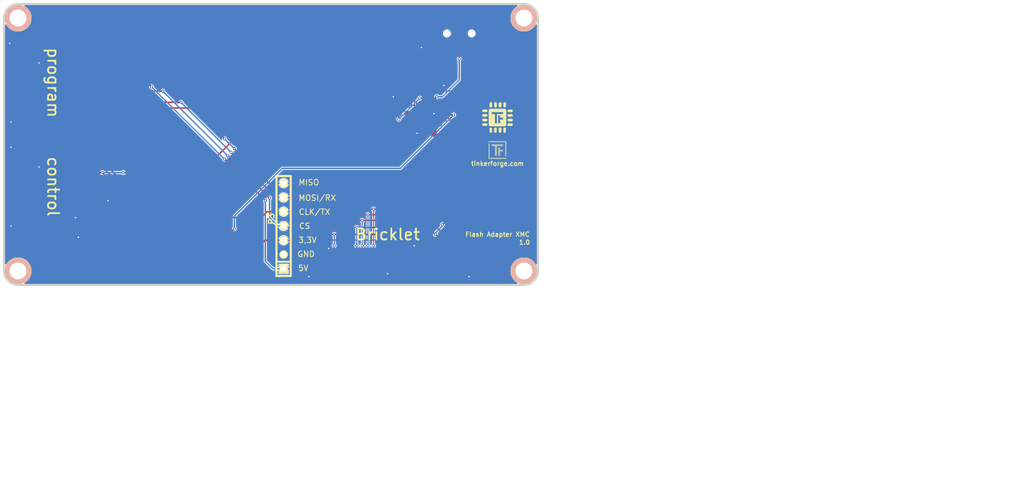
<source format=kicad_pcb>
(kicad_pcb (version 20221018) (generator pcbnew)
  (title_block (title "Flash Adapter XMC") (date "2017-02-09") (rev "1.0") (company "Tinkerforge GmbH") (comment 1 "Licensed under CERN OHL v.1.1") (comment 2 "Copyright (©) 2017, L.Lauer"))
  (layers (0 "F.Cu" signal "Vorderseite") (31 "B.Cu" signal "Rückseite") (34 "B.Paste" user) (35 "F.Paste" user) (36 "B.SilkS" user "B.Silkscreen") (37 "F.SilkS" user "F.Silkscreen") (38 "B.Mask" user) (39 "F.Mask" user) (44 "Edge.Cuts" user))
  (net 0 "")
  (net 1 "GND")
  (net 2 "Net-(C1-Pad1)")
  (net 3 "Net-(C3-Pad1)")
  (net 4 "Net-(C4-Pad1)")
  (net 5 "3V3")
  (net 6 "Net-(D1-Pad1)")
  (net 7 "Net-(J1-Pad3)")
  (net 8 "Net-(J1-Pad2)")
  (net 9 "Net-(P1-Pad1)")
  (net 10 "POWER_ROUT")
  (net 11 "Net-(P1-Pad7)")
  (net 12 "TX_ROUT")
  (net 13 "RXD")
  (net 14 "Net-(P1-Pad10)")
  (net 15 "POWER_RIN")
  (net 16 "Net-(P5-Pad3)")
  (net 17 "Net-(P5-Pad4)")
  (net 18 "Net-(P5-Pad5)")
  (net 19 "Net-(P5-Pad6)")
  (net 20 "Net-(P5-Pad7)")
  (net 21 "Net-(P5-Pad8)")
  (net 22 "Net-(R1-Pad2)")
  (net 23 "Net-(R4-Pad1)")
  (net 24 "Net-(R5-Pad1)")
  (net 25 "TX_RIN")
  (net 26 "Net-(J1-Pad4)")
  (net 27 "Net-(P1-Pad4)")
  (net 28 "Net-(P1-Pad5)")
  (net 29 "Net-(P1-Pad6)")
  (net 30 "Net-(P4-Pad4)")
  (net 31 "Net-(P4-Pad5)")
  (net 32 "Net-(P4-Pad6)")
  (net 33 "Net-(P5-Pad1)")
  (net 34 "Net-(P5-Pad9)")
  (net 35 "Net-(P5-Pad10)")
  (net 36 "Net-(U1-Pad1)")
  (net 37 "Net-(U1-Pad10)")
  (net 38 "Net-(U1-Pad11)")
  (net 39 "Net-(U1-Pad12)")
  (net 40 "Net-(U1-Pad13)")
  (net 41 "Net-(U1-Pad14)")
  (net 42 "Net-(U1-Pad15)")
  (net 43 "Net-(U1-Pad17)")
  (net 44 "Net-(U1-Pad18)")
  (net 45 "Net-(U1-Pad19)")
  (net 46 "Net-(U1-Pad22)")
  (net 47 "Net-(U1-Pad23)")
  (net 48 "Net-(U1-Pad24)")
  (net 49 "Net-(U2-Pad7)")
  (footprint "kicad-libraries:DRILL_NP" (layer "F.Cu") (at 194.05 76.6)
    (fp_text reference "U5" hide)
    (fp_text value "DRILL" hide)
    (pad "" np_thru_hole circle (at 0 0) (size 2.99974 2.99974) (drill 2.99974) (layers "*.Cu" "*.Mask" "F.SilkS") (clearance 0.89916))
  )
  (footprint "kicad-libraries:SOD-123" (layer "F.Cu") (at 182.8 85.1 180)
    (fp_text reference "D1")
    (fp_text value "B0520LW")
    (pad "1" smd rect (at -1.84912 0 180) (size 1.19888 0.70104) (layers "F.Cu" "F.Paste" "F.Mask") (net 6 "Net-(D1-Pad1)") (clearance 0.14986))
    (pad "2" smd rect (at 1.84912 0 180) (size 1.19888 0.70104) (layers "F.Cu" "F.Paste" "F.Mask") (net 2 "Net-(C1-Pad1)") (clearance 0.14986))
  )
  (footprint "kicad-libraries:USB-MINI-B-SMD" (layer "F.Cu") (at 182.55 74.1)
    (fp_text reference "J1")
    (fp_text value "USB-MINI-B-SMD")
    (pad "" smd rect (at -4.45008 2.25044) (size 1.99898 2.49936) (layers "F.Cu" "F.Paste" "F.Mask"))
    (pad "" thru_hole circle (at -2.19964 5.25018) (size 0.90932 0.90932) (drill 0.89916) (layers "*.Cu" "*.Mask" "F.SilkS") (clearance 0.14986))
    (pad "" thru_hole circle (at 2.19964 5.25018) (size 0.90932 0.90932) (drill 0.89916) (layers "*.Cu" "*.Mask" "F.SilkS") (clearance 0.14986))
    (pad "" smd rect (at 4.45008 2.25044) (size 1.99898 2.49936) (layers "F.Cu" "F.Paste" "F.Mask") (clearance 0.14986))
    (pad "" smd rect (at 4.45008 7.74954) (size 1.99898 2.49936) (layers "F.Cu" "F.Paste" "F.Mask"))
    (pad "1" smd rect (at 1.6002 7.85114) (size 0.50038 2.30124) (layers "F.Cu" "F.Paste" "F.Mask") (net 6 "Net-(D1-Pad1)") (clearance 0.14986))
    (pad "2" smd rect (at 0.8001 7.85114) (size 0.50038 2.30124) (layers "F.Cu" "F.Paste" "F.Mask") (net 8 "Net-(J1-Pad2)") (clearance 0.14986))
    (pad "3" smd rect (at 0 7.85114) (size 0.50038 2.30124) (layers "F.Cu" "F.Paste" "F.Mask") (net 7 "Net-(J1-Pad3)") (clearance 0.14986))
    (pad "4" smd rect (at -0.8001 7.85114) (size 0.50038 2.30124) (layers "F.Cu" "F.Paste" "F.Mask") (net 26 "Net-(J1-Pad4)") (clearance 0.14986))
    (pad "5" smd rect (at -1.6002 7.85114) (size 0.50038 2.30124) (layers "F.Cu" "F.Paste" "F.Mask") (net 1 "GND") (clearance 0.14986))
    (pad "6" smd rect (at -4.45008 7.74954) (size 1.99898 2.49936) (layers "F.Cu" "F.Paste" "F.Mask") (net 1 "GND"))
  )
  (footprint "kicad-libraries:CON-SENSOR" (layer "F.Cu") (at 162.8 123.6)
    (fp_text reference "P1")
    (fp_text value "CON-SENSOR")
    (pad "1" smd rect (at -4.50088 -4.7752) (size 0.59944 1.5494) (layers "F.Cu" "F.Paste" "F.Mask") (net 9 "Net-(P1-Pad1)"))
    (pad "2" smd rect (at -3.50012 -4.7752) (size 0.59944 1.5494) (layers "F.Cu" "F.Paste" "F.Mask") (net 1 "GND"))
    (pad "3" smd rect (at -2.49936 -4.7752) (size 0.59944 1.5494) (layers "F.Cu" "F.Paste" "F.Mask") (net 10 "POWER_ROUT"))
    (pad "4" smd rect (at -1.50114 -4.7752) (size 0.59944 1.5494) (layers "F.Cu" "F.Paste" "F.Mask") (net 27 "Net-(P1-Pad4)"))
    (pad "5" smd rect (at -0.50038 -4.7752) (size 0.59944 1.5494) (layers "F.Cu" "F.Paste" "F.Mask") (net 28 "Net-(P1-Pad5)"))
    (pad "6" smd rect (at 0.50038 -4.7752) (size 0.59944 1.5494) (layers "F.Cu" "F.Paste" "F.Mask") (net 29 "Net-(P1-Pad6)"))
    (pad "7" smd rect (at 1.50114 -4.7752) (size 0.59944 1.5494) (layers "F.Cu" "F.Paste" "F.Mask") (net 11 "Net-(P1-Pad7)"))
    (pad "8" smd rect (at 2.49936 -4.7752) (size 0.59944 1.5494) (layers "F.Cu" "F.Paste" "F.Mask") (net 12 "TX_ROUT"))
    (pad "9" smd rect (at 3.50012 -4.7752) (size 0.59944 1.5494) (layers "F.Cu" "F.Paste" "F.Mask") (net 13 "RXD"))
    (pad "10" smd rect (at 4.50088 -4.7752) (size 0.59944 1.5494) (layers "F.Cu" "F.Paste" "F.Mask") (net 14 "Net-(P1-Pad10)"))
    (pad "EP" smd rect (at -5.79882 -0.89916) (size 1.19888 1.80086) (layers "F.Cu" "F.Paste" "F.Mask") (net 1 "GND"))
    (pad "EP" smd rect (at 5.79882 -0.89916) (size 1.19888 1.80086) (layers "F.Cu" "F.Paste" "F.Mask") (net 1 "GND"))
  )
  (footprint "kicad-libraries:CON-SENSOR2" (layer "F.Cu") (at 177.05 123.85)
    (fp_text reference "P2")
    (fp_text value "CON-SENSOR2")
    (pad "1" smd rect (at -3.75 -4.6) (size 0.6 1.8) (layers "F.Cu" "F.Paste" "F.Mask") (net 9 "Net-(P1-Pad1)"))
    (pad "2" smd rect (at -2.5 -4.6) (size 0.6 1.8) (layers "F.Cu" "F.Paste" "F.Mask") (net 1 "GND"))
    (pad "3" smd rect (at -1.25 -4.6) (size 0.6 1.8) (layers "F.Cu" "F.Paste" "F.Mask") (net 10 "POWER_ROUT"))
    (pad "4" smd rect (at 0 -4.6) (size 0.6 1.8) (layers "F.Cu" "F.Paste" "F.Mask") (net 11 "Net-(P1-Pad7)"))
    (pad "5" smd rect (at 1.25 -4.6) (size 0.6 1.8) (layers "F.Cu" "F.Paste" "F.Mask") (net 12 "TX_ROUT"))
    (pad "6" smd rect (at 2.5 -4.6) (size 0.6 1.8) (layers "F.Cu" "F.Paste" "F.Mask") (net 13 "RXD"))
    (pad "7" smd rect (at 3.75 -4.6) (size 0.6 1.8) (layers "F.Cu" "F.Paste" "F.Mask") (net 14 "Net-(P1-Pad10)"))
    (pad "EP" smd rect (at -5.9 -1.2) (size 1.4 2.4) (layers "F.Cu" "F.Paste" "F.Mask") (net 1 "GND"))
    (pad "EP" smd rect (at 5.9 -1.2) (size 1.4 2.4) (layers "F.Cu" "F.Paste" "F.Mask") (net 1 "GND"))
  )
  (footprint "kicad-libraries:PIN_ARRAY-7X1" (layer "F.Cu") (at 151.3 113.6 90)
    (fp_text reference "P3" (at 1.27 -2.159 90) (layer "F.SilkS") (effects (font (size 1.016 1.016) (thickness 0.2032))))
    (fp_text value "CONN_01X07" hide)
    (pad "1" thru_hole rect (at -7.62 0 90) (size 1.524 1.524) (drill 1.016) (layers "*.Cu" "*.Mask" "F.SilkS") (net 9 "Net-(P1-Pad1)"))
    (pad "2" thru_hole circle (at -5.08 0 90) (size 1.524 1.524) (drill 1.016) (layers "*.Cu" "*.Mask" "F.SilkS") (net 1 "GND"))
    (pad "3" thru_hole circle (at -2.54 0 90) (size 1.524 1.524) (drill 1.016) (layers "*.Cu" "*.Mask" "F.SilkS") (net 10 "POWER_ROUT"))
    (pad "4" thru_hole circle (at 0 0 90) (size 1.524 1.524) (drill 1.016) (layers "*.Cu" "*.Mask" "F.SilkS") (net 11 "Net-(P1-Pad7)"))
    (pad "5" thru_hole circle (at 2.54 0 90) (size 1.524 1.524) (drill 1.016) (layers "*.Cu" "*.Mask" "F.SilkS") (net 12 "TX_ROUT"))
    (pad "6" thru_hole circle (at 5.08 0 90) (size 1.524 1.524) (drill 1.016) (layers "*.Cu" "*.Mask" "F.SilkS") (net 13 "RXD"))
    (pad "7" thru_hole circle (at 7.62 0 90) (size 1.524 1.524) (drill 1.016) (layers "*.Cu" "*.Mask" "F.SilkS") (net 14 "Net-(P1-Pad10)"))
  )
  (footprint "kicad-libraries:CON-SENSOR" (layer "F.Cu") (at 101.8 88.1 -90)
    (fp_text reference "P4")
    (fp_text value "CON-SENSOR")
    (pad "1" smd rect (at -4.50088 -4.7752 270) (size 0.59944 1.5494) (layers "F.Cu" "F.Paste" "F.Mask") (net 9 "Net-(P1-Pad1)"))
    (pad "2" smd rect (at -3.50012 -4.7752 270) (size 0.59944 1.5494) (layers "F.Cu" "F.Paste" "F.Mask") (net 1 "GND"))
    (pad "3" smd rect (at -2.49936 -4.7752 270) (size 0.59944 1.5494) (layers "F.Cu" "F.Paste" "F.Mask") (net 15 "POWER_RIN"))
    (pad "4" smd rect (at -1.50114 -4.7752 270) (size 0.59944 1.5494) (layers "F.Cu" "F.Paste" "F.Mask") (net 30 "Net-(P4-Pad4)"))
    (pad "5" smd rect (at -0.50038 -4.7752 270) (size 0.59944 1.5494) (layers "F.Cu" "F.Paste" "F.Mask") (net 31 "Net-(P4-Pad5)"))
    (pad "6" smd rect (at 0.50038 -4.7752 270) (size 0.59944 1.5494) (layers "F.Cu" "F.Paste" "F.Mask") (net 32 "Net-(P4-Pad6)"))
    (pad "7" smd rect (at 1.50114 -4.7752 270) (size 0.59944 1.5494) (layers "F.Cu" "F.Paste" "F.Mask") (net 11 "Net-(P1-Pad7)"))
    (pad "8" smd rect (at 2.49936 -4.7752 270) (size 0.59944 1.5494) (layers "F.Cu" "F.Paste" "F.Mask") (net 12 "TX_ROUT"))
    (pad "9" smd rect (at 3.50012 -4.7752 270) (size 0.59944 1.5494) (layers "F.Cu" "F.Paste" "F.Mask") (net 13 "RXD"))
    (pad "10" smd rect (at 4.50088 -4.7752 270) (size 0.59944 1.5494) (layers "F.Cu" "F.Paste" "F.Mask") (net 14 "Net-(P1-Pad10)"))
    (pad "EP" smd rect (at -5.79882 -0.89916 270) (size 1.19888 1.80086) (layers "F.Cu" "F.Paste" "F.Mask") (net 1 "GND"))
    (pad "EP" smd rect (at 5.79882 -0.89916 270) (size 1.19888 1.80086) (layers "F.Cu" "F.Paste" "F.Mask") (net 1 "GND"))
  )
  (footprint "kicad-libraries:CON-SENSOR" (layer "F.Cu") (at 101.8 106.6 -90)
    (fp_text reference "P5")
    (fp_text value "CON-SENSOR")
    (pad "1" smd rect (at -4.50088 -4.7752 270) (size 0.59944 1.5494) (layers "F.Cu" "F.Paste" "F.Mask") (net 33 "Net-(P5-Pad1)"))
    (pad "2" smd rect (at -3.50012 -4.7752 270) (size 0.59944 1.5494) (layers "F.Cu" "F.Paste" "F.Mask") (net 1 "GND"))
    (pad "3" smd rect (at -2.49936 -4.7752 270) (size 0.59944 1.5494) (layers "F.Cu" "F.Paste" "F.Mask") (net 16 "Net-(P5-Pad3)"))
    (pad "4" smd rect (at -1.50114 -4.7752 270) (size 0.59944 1.5494) (layers "F.Cu" "F.Paste" "F.Mask") (net 17 "Net-(P5-Pad4)"))
    (pad "5" smd rect (at -0.50038 -4.7752 270) (size 0.59944 1.5494) (layers "F.Cu" "F.Paste" "F.Mask") (net 18 "Net-(P5-Pad5)"))
    (pad "6" smd rect (at 0.50038 -4.7752 270) (size 0.59944 1.5494) (layers "F.Cu" "F.Paste" "F.Mask") (net 19 "Net-(P5-Pad6)"))
    (pad "7" smd rect (at 1.50114 -4.7752 270) (size 0.59944 1.5494) (layers "F.Cu" "F.Paste" "F.Mask") (net 20 "Net-(P5-Pad7)"))
    (pad "8" smd rect (at 2.49936 -4.7752 270) (size 0.59944 1.5494) (layers "F.Cu" "F.Paste" "F.Mask") (net 21 "Net-(P5-Pad8)"))
    (pad "9" smd rect (at 3.50012 -4.7752 270) (size 0.59944 1.5494) (layers "F.Cu" "F.Paste" "F.Mask") (net 34 "Net-(P5-Pad9)"))
    (pad "10" smd rect (at 4.50088 -4.7752 270) (size 0.59944 1.5494) (layers "F.Cu" "F.Paste" "F.Mask") (net 35 "Net-(P5-Pad10)"))
    (pad "EP" smd rect (at -5.79882 -0.89916 270) (size 1.19888 1.80086) (layers "F.Cu" "F.Paste" "F.Mask") (net 1 "GND"))
    (pad "EP" smd rect (at 5.79882 -0.89916 270) (size 1.19888 1.80086) (layers "F.Cu" "F.Paste" "F.Mask") (net 1 "GND"))
  )
  (footprint "kicad-libraries:QFN-24-4x4-EP" (layer "F.Cu") (at 178.05 93.6 180)
    (fp_text reference "U1")
    (fp_text value "CP2104")
    (pad "1" smd rect (at -1.24968 1.89992) (size 0.24892 0.6985) (layers "F.Cu" "F.Paste" "F.Mask") (net 36 "Net-(U1-Pad1)"))
    (pad "2" smd rect (at -0.7493 1.89992) (size 0.24892 0.6985) (layers "F.Cu" "F.Paste" "F.Mask") (net 1 "GND"))
    (pad "3" smd rect (at -0.24892 1.89992) (size 0.24892 0.6985) (layers "F.Cu" "F.Paste" "F.Mask") (net 7 "Net-(J1-Pad3)"))
    (pad "4" smd rect (at 0.24892 1.89992) (size 0.24892 0.6985) (layers "F.Cu" "F.Paste" "F.Mask") (net 8 "Net-(J1-Pad2)"))
    (pad "5" smd rect (at 0.7493 1.89992) (size 0.24892 0.6985) (layers "F.Cu" "F.Paste" "F.Mask") (net 4 "Net-(C4-Pad1)"))
    (pad "6" smd rect (at 1.24968 1.89992) (size 0.24892 0.6985) (layers "F.Cu" "F.Paste" "F.Mask") (net 4 "Net-(C4-Pad1)"))
    (pad "7" smd rect (at 1.89992 1.24968 90) (size 0.24892 0.6985) (layers "F.Cu" "F.Paste" "F.Mask") (net 2 "Net-(C1-Pad1)"))
    (pad "8" smd rect (at 1.89992 0.7493 90) (size 0.24892 0.6985) (layers "F.Cu" "F.Paste" "F.Mask") (net 2 "Net-(C1-Pad1)"))
    (pad "9" smd rect (at 1.89992 0.24892 90) (size 0.24892 0.6985) (layers "F.Cu" "F.Paste" "F.Mask") (net 22 "Net-(R1-Pad2)"))
    (pad "10" smd rect (at 1.89992 -0.24892 90) (size 0.24892 0.6985) (layers "F.Cu" "F.Paste" "F.Mask") (net 37 "Net-(U1-Pad10)"))
    (pad "11" smd rect (at 1.89992 -0.7493 90) (size 0.24892 0.6985) (layers "F.Cu" "F.Paste" "F.Mask") (net 38 "Net-(U1-Pad11)"))
    (pad "12" smd rect (at 1.89992 -1.24968 90) (size 0.24892 0.6985) (layers "F.Cu" "F.Paste" "F.Mask") (net 39 "Net-(U1-Pad12)"))
    (pad "13" smd rect (at 1.24968 -1.89992 180) (size 0.24892 0.6985) (layers "F.Cu" "F.Paste" "F.Mask") (net 40 "Net-(U1-Pad13)"))
    (pad "14" smd rect (at 0.7493 -1.89992 180) (size 0.24892 0.6985) (layers "F.Cu" "F.Paste" "F.Mask") (net 41 "Net-(U1-Pad14)"))
    (pad "15" smd rect (at 0.24892 -1.89992 180) (size 0.24892 0.6985) (layers "F.Cu" "F.Paste" "F.Mask") (net 42 "Net-(U1-Pad15)"))
    (pad "16" smd rect (at -0.24892 -1.89992 180) (size 0.24892 0.6985) (layers "F.Cu" "F.Paste" "F.Mask") (net 3 "Net-(C3-Pad1)"))
    (pad "17" smd rect (at -0.7493 -1.89992 180) (size 0.24892 0.6985) (layers "F.Cu" "F.Paste" "F.Mask") (net 43 "Net-(U1-Pad17)"))
    (pad "18" smd rect (at -1.24968 -1.89992 180) (size 0.24892 0.6985) (layers "F.Cu" "F.Paste" "F.Mask") (net 44 "Net-(U1-Pad18)"))
    (pad "19" smd rect (at -1.89992 -1.24968 270) (size 0.24892 0.6985) (layers "F.Cu" "F.Paste" "F.Mask") (net 45 "Net-(U1-Pad19)"))
    (pad "20" smd rect (at -1.89992 -0.7493 270) (size 0.24892 0.6985) (layers "F.Cu" "F.Paste" "F.Mask") (net 13 "RXD"))
    (pad "21" smd rect (at -1.89992 -0.24892 270) (size 0.24892 0.6985) (layers "F.Cu" "F.Paste" "F.Mask") (net 25 "TX_RIN"))
    (pad "22" smd rect (at -1.89992 0.24892 270) (size 0.24892 0.6985) (layers "F.Cu" "F.Paste" "F.Mask") (net 46 "Net-(U1-Pad22)"))
    (pad "23" smd rect (at -1.89992 0.7493 270) (size 0.24892 0.6985) (layers "F.Cu" "F.Paste" "F.Mask") (net 47 "Net-(U1-Pad23)"))
    (pad "24" smd rect (at -1.89992 1.24968 270) (size 0.24892 0.6985) (layers "F.Cu" "F.Paste" "F.Mask") (net 48 "Net-(U1-Pad24)"))
    (pad "25" smd rect (at 0 0 180) (size 2.49936 2.49936) (layers "F.Cu" "F.Paste" "F.Mask") (net 1 "GND"))
  )
  (footprint "kicad-libraries:SOIC8" (layer "F.Cu") (at 118.8 113.6 -90)
    (fp_text reference "U2")
    (fp_text value "M24C64")
    (pad "1" smd rect (at -1.90246 2.69748 90) (size 0.59944 1.5494) (layers "F.Cu" "F.Paste" "F.Mask") (net 1 "GND"))
    (pad "2" smd rect (at -0.63246 2.69748 90) (size 0.59944 1.5494) (layers "F.Cu" "F.Paste" "F.Mask") (net 1 "GND"))
    (pad "3" smd rect (at 0.63246 2.69748 90) (size 0.59944 1.5494) (layers "F.Cu" "F.Paste" "F.Mask") (net 19 "Net-(P5-Pad6)"))
    (pad "4" smd rect (at 1.90246 2.69748 90) (size 0.59944 1.5494) (layers "F.Cu" "F.Paste" "F.Mask") (net 1 "GND"))
    (pad "5" smd rect (at 1.90246 -2.69748 270) (size 0.59944 1.5494) (layers "F.Cu" "F.Paste" "F.Mask") (net 18 "Net-(P5-Pad5)"))
    (pad "6" smd rect (at 0.63246 -2.69748 270) (size 0.59944 1.5494) (layers "F.Cu" "F.Paste" "F.Mask") (net 17 "Net-(P5-Pad4)"))
    (pad "7" smd rect (at -0.63246 -2.69748 270) (size 0.59944 1.5494) (layers "F.Cu" "F.Paste" "F.Mask") (net 49 "Net-(U2-Pad7)"))
    (pad "8" smd rect (at -1.90246 -2.69748 270) (size 0.59944 1.5494) (layers "F.Cu" "F.Paste" "F.Mask") (net 5 "3V3"))
  )
  (footprint "kicad-libraries:DRILL_NP" (layer "F.Cu") (at 194.05 121.6)
    (fp_text reference "U6" hide)
    (fp_text value "DRILL" hide)
    (pad "" np_thru_hole circle (at 0 0) (size 2.99974 2.99974) (drill 2.99974) (layers "*.Cu" "*.Mask" "F.SilkS") (clearance 0.89916))
  )
  (footprint "kicad-libraries:DRILL_NP" (layer "F.Cu") (at 104.05 121.6)
    (fp_text reference "U7" hide)
    (fp_text value "DRILL" hide)
    (pad "" np_thru_hole circle (at 0 0) (size 2.99974 2.99974) (drill 2.99974) (layers "*.Cu" "*.Mask" "F.SilkS") (clearance 0.89916))
  )
  (footprint "kicad-libraries:DRILL_NP" (layer "F.Cu") (at 104.05 76.6)
    (fp_text reference "U8" hide)
    (fp_text value "DRILL" hide)
    (pad "" np_thru_hole circle (at 0 0) (size 2.99974 2.99974) (drill 2.99974) (layers "*.Cu" "*.Mask" "F.SilkS") (clearance 0.89916))
  )
  (footprint "kicad-libraries:Logo_31x31" (layer "F.Cu") (at 187.75 98.5)
    (fp_text reference "G***" hide)
    (fp_text value "Logo_31x31" hide)
  )
  (footprint "kicad-libraries:Logo_CoMCU" (layer "F.Cu") (at 189.35 94.3)
    (fp_text reference "G***" hide)
    (fp_text value "LOGO" hide)
  )
  (footprint "kicad-libraries:SOP4-WIDE" (layer "F.Cu") (at 137.3 118.35 90)
    (fp_text reference "U3")
    (fp_text value "CPC1020N")
    (pad "1" smd rect (at 1.27 -3.15 90) (size 0.59944 2) (layers "F.Cu" "F.Paste" "F.Mask") (net 5 "3V3"))
    (pad "2" smd rect (at -1.27 -3.15 90) (size 0.59944 2) (layers "F.Cu" "F.Paste" "F.Mask") (net 24 "Net-(R5-Pad1)"))
    (pad "3" smd rect (at -1.27 3.15 90) (size 0.59944 2) (layers "F.Cu" "F.Paste" "F.Mask") (net 15 "POWER_RIN"))
    (pad "4" smd rect (at 1.27 3.15 90) (size 0.59944 2) (layers "F.Cu" "F.Paste" "F.Mask") (net 10 "POWER_ROUT"))
  )
  (footprint "kicad-libraries:SOP4-WIDE" (layer "F.Cu") (at 137.3 113.35 90)
    (fp_text reference "U4")
    (fp_text value "CPC1020N")
    (pad "1" smd rect (at 1.27 -3.15 90) (size 0.59944 2) (layers "F.Cu" "F.Paste" "F.Mask") (net 5 "3V3"))
    (pad "2" smd rect (at -1.27 -3.15 90) (size 0.59944 2) (layers "F.Cu" "F.Paste" "F.Mask") (net 23 "Net-(R4-Pad1)"))
    (pad "3" smd rect (at -1.27 3.15 90) (size 0.59944 2) (layers "F.Cu" "F.Paste" "F.Mask") (net 25 "TX_RIN"))
    (pad "4" smd rect (at 1.27 3.15 90) (size 0.59944 2) (layers "F.Cu" "F.Paste" "F.Mask") (net 12 "TX_ROUT"))
  )
  (footprint "kicad-libraries:C0603F" (layer "F.Cu") (at 172.55 90.6 180)
    (fp_text reference "C1")
    (fp_text value "100n")
    (pad "1" smd rect (at -0.75 0 180) (size 0.9 0.9) (layers "F.Cu" "F.Paste" "F.Mask") (net 2 "Net-(C1-Pad1)"))
    (pad "2" smd rect (at 0.75 0 180) (size 0.9 0.9) (layers "F.Cu" "F.Paste" "F.Mask") (net 1 "GND"))
  )
  (footprint "kicad-libraries:C0603F" (layer "F.Cu") (at 172.55 92.1 180)
    (fp_text reference "C2")
    (fp_text value "100n")
    (pad "1" smd rect (at -0.75 0 180) (size 0.9 0.9) (layers "F.Cu" "F.Paste" "F.Mask") (net 2 "Net-(C1-Pad1)"))
    (pad "2" smd rect (at 0.75 0 180) (size 0.9 0.9) (layers "F.Cu" "F.Paste" "F.Mask") (net 1 "GND"))
  )
  (footprint "kicad-libraries:C0805" (layer "F.Cu") (at 177.05 97.1 180)
    (fp_text reference "C3")
    (fp_text value "4.7µF/10V")
    (pad "1" smd rect (at -1.00076 0 180) (size 1.00076 1.24968) (layers "F.Cu" "F.Paste" "F.Mask") (net 3 "Net-(C3-Pad1)") (clearance 0.14986))
    (pad "2" smd rect (at 1.00076 0 180) (size 1.00076 1.24968) (layers "F.Cu" "F.Paste" "F.Mask") (net 1 "GND") (clearance 0.14986))
  )
  (footprint "kicad-libraries:C0805" (layer "F.Cu") (at 177.8 88.6)
    (fp_text reference "C4")
    (fp_text value "4.7µF/10V")
    (pad "1" smd rect (at -1.00076 0) (size 1.00076 1.24968) (layers "F.Cu" "F.Paste" "F.Mask") (net 4 "Net-(C4-Pad1)") (clearance 0.14986))
    (pad "2" smd rect (at 1.00076 0) (size 1.00076 1.24968) (layers "F.Cu" "F.Paste" "F.Mask") (net 1 "GND") (clearance 0.14986))
  )
  (footprint "kicad-libraries:C0603F" (layer "F.Cu") (at 178.55 87.1)
    (fp_text reference "C5")
    (fp_text value "100n")
    (pad "1" smd rect (at -0.75 0) (size 0.9 0.9) (layers "F.Cu" "F.Paste" "F.Mask") (net 4 "Net-(C4-Pad1)"))
    (pad "2" smd rect (at 0.75 0) (size 0.9 0.9) (layers "F.Cu" "F.Paste" "F.Mask") (net 1 "GND"))
  )
  (footprint "kicad-libraries:C0603F" (layer "F.Cu") (at 120.8 110.1 180)
    (fp_text reference "C6")
    (fp_text value "100n")
    (pad "1" smd rect (at -0.75 0 180) (size 0.9 0.9) (layers "F.Cu" "F.Paste" "F.Mask") (net 5 "3V3"))
    (pad "2" smd rect (at 0.75 0 180) (size 0.9 0.9) (layers "F.Cu" "F.Paste" "F.Mask") (net 1 "GND"))
  )
  (footprint "kicad-libraries:R0603F" (layer "F.Cu") (at 172.55 93.6)
    (fp_text reference "R1")
    (fp_text value "4k7")
    (pad "1" smd rect (at -0.75 0) (size 0.9 0.9) (layers "F.Cu" "F.Paste" "F.Mask") (net 4 "Net-(C4-Pad1)"))
    (pad "2" smd rect (at 0.75 0) (size 0.9 0.9) (layers "F.Cu" "F.Paste" "F.Mask") (net 22 "Net-(R1-Pad2)"))
  )
  (footprint "kicad-libraries:R0603F" (layer "F.Cu") (at 174.3 87.1)
    (fp_text reference "R2")
    (fp_text value "DNP")
    (pad "1" smd rect (at -0.75 0) (size 0.9 0.9) (layers "F.Cu" "F.Paste" "F.Mask") (net 5 "3V3"))
    (pad "2" smd rect (at 0.75 0) (size 0.9 0.9) (layers "F.Cu" "F.Paste" "F.Mask") (net 4 "Net-(C4-Pad1)"))
  )
  (footprint "kicad-libraries:R0603F" (layer "F.Cu") (at 114.55 104.1 180)
    (fp_text reference "R3")
    (fp_text value "0")
    (pad "1" smd rect (at -0.75 0 180) (size 0.9 0.9) (layers "F.Cu" "F.Paste" "F.Mask") (net 5 "3V3"))
    (pad "2" smd rect (at 0.75 0 180) (size 0.9 0.9) (layers "F.Cu" "F.Paste" "F.Mask") (net 16 "Net-(P5-Pad3)"))
  )
  (footprint "kicad-libraries:R0603F" (layer "F.Cu") (at 131.05 114.1 180)
    (fp_text reference "R4")
    (fp_text value "1k")
    (pad "1" smd rect (at -0.75 0 180) (size 0.9 0.9) (layers "F.Cu" "F.Paste" "F.Mask") (net 23 "Net-(R4-Pad1)"))
    (pad "2" smd rect (at 0.75 0 180) (size 0.9 0.9) (layers "F.Cu" "F.Paste" "F.Mask") (net 20 "Net-(P5-Pad7)"))
  )
  (footprint "kicad-libraries:R0603F" (layer "F.Cu") (at 131.05 119.1 180)
    (fp_text reference "R5")
    (fp_text value "1k")
    (pad "1" smd rect (at -0.75 0 180) (size 0.9 0.9) (layers "F.Cu" "F.Paste" "F.Mask") (net 24 "Net-(R5-Pad1)"))
    (pad "2" smd rect (at 0.75 0 180) (size 0.9 0.9) (layers "F.Cu" "F.Paste" "F.Mask") (net 21 "Net-(P5-Pad8)"))
  )
  (gr_arc (start 194.05 74.1) (mid 195.817767 74.832233) (end 196.55 76.6) (stroke (width 0.381)) (layer "Edge.Cuts"))
  (gr_arc (start 101.55 76.6) (mid 102.282233 74.832233) (end 104.05 74.1) (stroke (width 0.381)) (layer "Edge.Cuts"))
  (gr_line (start 104.05 74.1) (end 194.05 74.1) (stroke (width 0.381)) (layer "Edge.Cuts"))
  (gr_arc (start 196.55 121.6) (mid 195.817767 123.367767) (end 194.05 124.1) (stroke (width 0.381)) (layer "Edge.Cuts"))
  (gr_line (start 194.05 124.1) (end 104.05 124.1) (stroke (width 0.381)) (layer "Edge.Cuts"))
  (gr_line (start 101.55 121.6) (end 101.55 76.6) (stroke (width 0.381)) (layer "Edge.Cuts"))
  (gr_line (start 196.55 76.6) (end 196.55 121.6) (stroke (width 0.381)) (layer "Edge.Cuts"))
  (gr_arc (start 104.05 124.1) (mid 102.282233 123.367767) (end 101.55 121.6) (stroke (width 0.381)) (layer "Edge.Cuts"))
  (gr_text "MISO" (at 155.8 105.85) (layer "F.SilkS") (effects (font (size 1 1))))
  (gr_text "Flash Adapter XMC" (at 189.35 115.1) (layer "F.SilkS") (effects (font (size 0.8 0.8))))
  (gr_text "GND" (at 155.3 118.6) (layer "F.SilkS") (effects (font (size 1 1))))
  (gr_text "tinkerforge.com" (at 189.35 102.5) (layer "F.SilkS") (effects (font (size 0.8001 0.8001) (thickness 0.14986))))
  (gr_text "program" (at 110.3 88.1 270) (layer "F.SilkS") (effects (font (size 2 2) (thickness 0.3048))))
  (gr_text "Bricklet" (at 169.8 115.1) (layer "F.SilkS") (effects (font (size 2 2) (thickness 0.3048))))
  (gr_text "1.0" (at 194.15 116.5) (layer "F.SilkS") (effects (font (size 0.8 0.8))))
  (gr_text "5V" (at 154.8 121.1) (layer "F.SilkS") (effects (font (size 1 1))))
  (gr_text "3,3V" (at 155.55 116.1) (layer "F.SilkS") (effects (font (size 1 1))))
  (gr_text "CS" (at 155.05 113.6) (layer "F.SilkS") (effects (font (size 1 1))))
  (gr_text "control" (at 110.3 106.6 270) (layer "F.SilkS") (effects (font (size 2 2) (thickness 0.3048))))
  (gr_text "CLK/TX" (at 156.8 111.1) (layer "F.SilkS") (effects (font (size 1 1))))
  (gr_text "MOSI/RX" (at 157.3 108.6) (layer "F.SilkS") (effects (font (size 1 1))))
  (segment (start 180.8482 81.84954) (end 180.9498 81.95114) (width 0.2) (layer "F.Cu") (net 1))
  (segment (start 114.91754 112.96754) (end 114.3 112.35) (width 0.5) (layer "F.Cu") (net 1))
  (segment (start 114.3 112.35) (end 114.3 112.1) (width 0.5) (layer "F.Cu") (net 1))
  (segment (start 114.3 112.1) (end 114.70246 111.69754) (width 0.5) (layer "F.Cu") (net 1))
  (segment (start 114.70246 111.69754) (end 116.10252 111.69754) (width 0.5) (layer "F.Cu") (net 1))
  (segment (start 171.09916 122.70084) (end 171.15 122.65) (width 0.5) (layer "F.Cu") (net 1))
  (segment (start 169.8 122.70084) (end 171.09916 122.70084) (width 0.5) (layer "F.Cu") (net 1))
  (segment (start 102.69916 99.70084) (end 102.8 99.6) (width 0.5) (layer "F.Cu") (net 1))
  (segment (start 102.69916 94.99916) (end 102.8 95.1) (width 0.5) (layer "F.Cu") (net 1))
  (segment (start 179.3 88.10076) (end 178.80076 88.6) (width 0.5) (layer "F.Cu") (net 1))
  (segment (start 178.7993 92.8507) (end 178.05 93.6) (width 0.25) (layer "F.Cu") (net 1))
  (segment (start 180.8482 81.84954) (end 180.9498 81.95114) (width 0.5) (layer "F.Cu") (net 1))
  (segment (start 175.80046 81.84954) (end 175.8 81.85) (width 0.5) (layer "F.Cu") (net 1))
  (segment (start 159.29988 117.60012) (end 159.3 117.6) (width 0.5) (layer "F.Cu") (net 1))
  (segment (start 155.90084 122.70084) (end 155.8 122.6) (width 0.5) (layer "F.Cu") (net 1))
  (segment (start 184.25 122.65) (end 184.3 122.6) (width 0.5) (layer "F.Cu") (net 1))
  (segment (start 107.79988 103.09988) (end 107.8 103.1) (width 0.5) (layer "F.Cu") (net 1))
  (segment (start 107.79988 84.59988) (end 107.8 84.6) (width 0.5) (layer "F.Cu") (net 1))
  (segment (start 102.69916 81.24916) (end 102.55 81.1) (width 0.5) (layer "F.Cu") (net 1))
  (segment (start 102.69916 113.49916) (end 102.8 113.6) (width 0.5) (layer "F.Cu") (net 1))
  (segment (start 114.89754 115.50246) (end 114.8 115.6) (width 0.5) (layer "F.Cu") (net 1))
  (segment (start 102.69916 82.30118) (end 102.69916 81.24916) (width 0.5) (layer "F.Cu") (net 1))
  (segment (start 102.69916 93.89882) (end 102.69916 94.99916) (width 0.5) (layer "F.Cu") (net 1))
  (segment (start 106.5752 103.09988) (end 107.79988 103.09988) (width 0.5) (layer "F.Cu") (net 1))
  (segment (start 102.69916 112.39882) (end 102.69916 113.49916) (width 0.5) (layer "F.Cu") (net 1))
  (segment (start 171.8 90.6) (end 170.8 90.6) (width 0.5) (layer "F.Cu") (net 1))
  (segment (start 171.8 92.1) (end 171.8 90.6) (width 0.25) (layer "F.Cu") (net 1))
  (segment (start 116.10252 115.50246) (end 114.89754 115.50246) (width 0.5) (layer "F.Cu") (net 1))
  (segment (start 178.09992 81.84954) (end 180.8482 81.84954) (width 0.5) (layer "F.Cu") (net 1))
  (segment (start 102.69916 100.80118) (end 102.69916 99.70084) (width 0.5) (layer "F.Cu") (net 1))
  (segment (start 168.59882 122.70084) (end 169.8 122.70084) (width 0.5) (layer "F.Cu") (net 1))
  (segment (start 169.8 122.70084) (end 169.8 122.1) (width 0.5) (layer "F.Cu") (net 1))
  (segment (start 106.5752 84.59988) (end 107.79988 84.59988) (width 0.5) (layer "F.Cu") (net 1))
  (segment (start 157.00118 122.70084) (end 155.90084 122.70084) (width 0.5) (layer "F.Cu") (net 1))
  (segment (start 178.7993 91.70008) (end 178.7993 92.8507) (width 0.25) (layer "F.Cu") (net 1))
  (segment (start 182.95 122.65) (end 184.25 122.65) (width 0.5) (layer "F.Cu") (net 1))
  (segment (start 116.10252 112.96754) (end 114.91754 112.96754) (width 0.5) (layer "F.Cu") (net 1))
  (segment (start 120.05 110.1) (end 120.05 109.1) (width 0.5) (layer "F.Cu") (net 1))
  (segment (start 178.09992 81.84954) (end 175.80046 81.84954) (width 0.5) (layer "F.Cu") (net 1))
  (segment (start 176.04924 97.1) (end 175.05 97.1) (width 0.5) (layer "F.Cu") (net 1))
  (segment (start 178.80076 88.6) (end 179.8 88.6) (width 0.5) (layer "F.Cu") (net 1))
  (segment (start 174.55 119.25) (end 174.55 117.1) (width 0.25) (layer "F.Cu") (net 1))
  (segment (start 179.3 87.1) (end 179.3 88.10076) (width 0.5) (layer "F.Cu") (net 1))
  (segment (start 159.29988 118.8248) (end 159.29988 117.60012) (width 0.5) (layer "F.Cu") (net 1))
  (via (at 175.8 81.85) (size 0.55) (drill 0.25) (layers "F.Cu" "B.Cu") (net 1))
  (via (at 102.8 113.6) (size 0.55) (drill 0.25) (layers "F.Cu" "B.Cu") (net 1))
  (via (at 170.8 90.6) (size 0.55) (drill 0.25) (layers "F.Cu" "B.Cu") (net 1))
  (via (at 102.8 95.1) (size 0.55) (drill 0.25) (layers "F.Cu" "B.Cu") (net 1))
  (via (at 169.8 122.1) (size 0.55) (drill 0.25) (layers "F.Cu" "B.Cu") (net 1))
  (via (at 155.8 122.6) (size 0.55) (drill 0.25) (layers "F.Cu" "B.Cu") (net 1))
  (via (at 175.05 97.1) (size 0.55) (drill 0.25) (layers "F.Cu" "B.Cu") (net 1))
  (via (at 107.8 84.6) (size 0.55) (drill 0.25) (layers "F.Cu" "B.Cu") (net 1))
  (via (at 102.8 99.6) (size 0.55) (drill 0.25) (layers "F.Cu" "B.Cu") (net 1))
  (via (at 107.8 103.1) (size 0.55) (drill 0.25) (layers "F.Cu" "B.Cu") (net 1))
  (via (at 114.3 112.1) (size 0.55) (drill 0.25) (layers "F.Cu" "B.Cu") (net 1))
  (via (at 120.05 109.1) (size 0.55) (drill 0.25) (layers "F.Cu" "B.Cu") (net 1))
  (via (at 179.8 88.6) (size 0.55) (drill 0.25) (layers "F.Cu" "B.Cu") (net 1))
  (via (at 174.55 117.1) (size 0.55) (drill 0.25) (layers "F.Cu" "B.Cu") (net 1))
  (via (at 184.3 122.6) (size 0.55) (drill 0.25) (layers "F.Cu" "B.Cu") (net 1))
  (via (at 102.55 81.1) (size 0.55) (drill 0.25) (layers "F.Cu" "B.Cu") (net 1))
  (via (at 178.05 93.6) (size 0.55) (drill 0.25) (layers "F.Cu" "B.Cu") (net 1))
  (via (at 159.3 117.6) (size 0.55) (drill 0.25) (layers "F.Cu" "B.Cu") (net 1))
  (via (at 114.8 115.6) (size 0.55) (drill 0.25) (layers "F.Cu" "B.Cu") (net 1))
  (segment (start 173.39912 90.50088) (end 173.3 90.6) (width 0.25) (layer "F.Cu") (net 2))
  (segment (start 173.8 90.6) (end 175.55032 92.35032) (width 0.25) (layer "F.Cu") (net 2))
  (segment (start 175.55032 92.35032) (end 176.15008 92.35032) (width 0.25) (layer "F.Cu") (net 2))
  (segment (start 174.55 92.1) (end 175.3007 92.8507) (width 0.25) (layer "F.Cu") (net 2))
  (segment (start 175.3007 92.8507) (end 176.15008 92.8507) (width 0.25) (layer "F.Cu") (net 2))
  (segment (start 173.3 89.6) (end 174.3 88.6) (width 0.25) (layer "F.Cu") (net 2))
  (segment (start 174.3 88.6) (end 174.3 85.35) (width 0.25) (layer "F.Cu") (net 2))
  (segment (start 174.3 85.35) (end 174.55 85.1) (width 0.25) (layer "F.Cu") (net 2))
  (segment (start 174.55 85.1) (end 180.95088 85.1) (width 0.25) (layer "F.Cu") (net 2))
  (segment (start 173.3 90.6) (end 173.8 90.6) (width 0.25) (layer "F.Cu") (net 2))
  (segment (start 173.3 90.6) (end 173.3 92.1) (width 0.25) (layer "F.Cu") (net 2))
  (segment (start 173.3 92.1) (end 174.55 92.1) (width 0.25) (layer "F.Cu") (net 2))
  (segment (start 173.3 90.6) (end 173.3 89.6) (width 0.25) (layer "F.Cu") (net 2))
  (segment (start 178.29892 96.85184) (end 178.05076 97.1) (width 0.25) (layer "F.Cu") (net 3))
  (segment (start 178.29892 95.49992) (end 178.29892 96.85184) (width 0.25) (layer "F.Cu") (net 3))
  (segment (start 176.79924 91.699) (end 176.80032 91.70008) (width 0.25) (layer "F.Cu") (net 4))
  (segment (start 176.79924 87.35076) (end 177.05 87.1) (width 0.25) (layer "F.Cu") (net 4))
  (segment (start 177.05 87.1) (end 177.8 87.1) (width 0.25) (layer "F.Cu") (net 4))
  (segment (start 176.54848 87.1) (end 176.79924 87.35076) (width 0.25) (layer "F.Cu") (net 4))
  (segment (start 177.3007 89.8493) (end 177.8 89.35) (width 0.25) (layer "F.Cu") (net 4))
  (segment (start 177.8 89.35) (end 177.8 87.1) (width 0.25) (layer "F.Cu") (net 4))
  (segment (start 177.3007 90.35) (end 177.3007 90.3493) (width 0.25) (layer "F.Cu") (net 4))
  (segment (start 176.79924 91.699) (end 176.80032 91.70008) (width 0.25) (layer "F.Cu") (net 4))
  (segment (start 176.79924 90.85) (end 176.8 90.85) (width 0.25) (layer "F.Cu") (net 4))
  (segment (start 176.8 90.85) (end 176.79924 90.85) (width 0.25) (layer "F.Cu") (net 4))
  (segment (start 176.79924 90.85) (end 176.79924 91.699) (width 0.25) (layer "F.Cu") (net 4))
  (segment (start 175.55 90.85) (end 176.79924 90.85) (width 0.25) (layer "F.Cu") (net 4))
  (segment (start 176.79924 88.6) (end 176.79924 90.85) (width 0.25) (layer "F.Cu") (net 4))
  (segment (start 171.8 93.6) (end 171.8 94.6) (width 0.25) (layer "F.Cu") (net 4))
  (segment (start 176.79924 88.6) (end 176.79924 87.35076) (width 0.25) (layer "F.Cu") (net 4))
  (segment (start 175.05 87.1) (end 176.54848 87.1) (width 0.25) (layer "F.Cu") (net 4))
  (segment (start 177.3007 91.70008) (end 177.3007 90.35) (width 0.25) (layer "F.Cu") (net 4))
  (segment (start 177.3007 90.35) (end 177.3007 89.8493) (width 0.25) (layer "F.Cu") (net 4))
  (via (at 171.8 94.6) (size 0.55) (drill 0.25) (layers "F.Cu" "B.Cu") (net 4))
  (via (at 175.55 90.85) (size 0.55) (drill 0.25) (layers "F.Cu" "B.Cu") (net 4))
  (segment (start 171.8 94.6) (end 175.55 90.85) (width 0.25) (layer "B.Cu") (net 4))
  (segment (start 131.05 116.6) (end 131.05 113.1) (width 0.25) (layer "F.Cu") (net 5))
  (segment (start 121.49748 110.15252) (end 121.55 110.1) (width 0.25) (layer "F.Cu") (net 5))
  (segment (start 119.05 104.1) (end 121.55 106.6) (width 0.25) (layer "F.Cu") (net 5))
  (segment (start 121.55 106.6) (end 121.55 110.1) (width 0.25) (layer "F.Cu") (net 5))
  (segment (start 128.05 110.1) (end 121.55 110.1) (width 0.25) (layer "F.Cu") (net 5))
  (segment (start 153.55 87.1) (end 136.55 104.1) (width 0.25) (layer "F.Cu") (net 5))
  (segment (start 136.55 104.1) (end 122.8 104.1) (width 0.25) (layer "F.Cu") (net 5))
  (segment (start 119.05 104.1) (end 119.05 104.1) (width 0.25) (layer "F.Cu") (net 5))
  (segment (start 132.07 112.08) (end 131.05 113.1) (width 0.25) (layer "F.Cu") (net 5))
  (segment (start 131.53 117.08) (end 131.05 116.6) (width 0.25) (layer "F.Cu") (net 5))
  (segment (start 115.3 104.1) (end 119.05 104.1) (width 0.25) (layer "F.Cu") (net 5))
  (segment (start 131.05 113.1) (end 128.05 110.1) (width 0.25) (layer "F.Cu") (net 5))
  (segment (start 134.15 112.08) (end 132.07 112.08) (width 0.25) (layer "F.Cu") (net 5))
  (segment (start 121.49748 111.69754) (end 121.49748 110.15252) (width 0.25) (layer "F.Cu") (net 5))
  (segment (start 134.15 117.08) (end 131.53 117.08) (width 0.25) (layer "F.Cu") (net 5))
  (segment (start 173.55 87.1) (end 153.55 87.1) (width 0.25) (layer "F.Cu") (net 5))
  (via (at 122.8 104.1) (size 0.55) (drill 0.25) (layers "F.Cu" "B.Cu") (net 5))
  (via (at 119.05 104.1) (size 0.55) (drill 0.25) (layers "F.Cu" "B.Cu") (net 5))
  (segment (start 122.8 104.1) (end 119.05 104.1) (width 0.25) (layer "B.Cu") (net 5))
  (segment (start 184.1502 83.7002) (end 184.64912 84.19912) (width 0.25) (layer "F.Cu") (net 6))
  (segment (start 184.64912 84.19912) (end 184.64912 85.1) (width 0.25) (layer "F.Cu") (net 6))
  (segment (start 184.1502 81.95114) (end 184.1502 83.7002) (width 0.25) (layer "F.Cu") (net 6))
  (segment (start 178.29892 90.85108) (end 178.55 90.6) (width 0.25) (layer "F.Cu") (net 7))
  (segment (start 182.55 83.85) (end 182.55 81.95114) (width 0.25) (layer "F.Cu") (net 7))
  (segment (start 178.29892 91.70008) (end 178.29892 90.85108) (width 0.25) (layer "F.Cu") (net 7))
  (via (at 182.55 83.85) (size 0.55) (drill 0.25) (layers "F.Cu" "B.Cu") (net 7))
  (via (at 178.55 90.6) (size 0.55) (drill 0.25) (layers "F.Cu" "B.Cu") (net 7))
  (segment (start 178.55 90.6) (end 179.55 90.6) (width 0.25) (layer "B.Cu") (net 7))
  (segment (start 179.55 90.6) (end 182.55 87.6) (width 0.25) (layer "B.Cu") (net 7))
  (segment (start 182.55 87.6) (end 182.55 83.85) (width 0.25) (layer "B.Cu") (net 7))
  (segment (start 177.80108 90.09892) (end 178.3 89.6) (width 0.2) (layer "F.Cu") (net 8))
  (segment (start 178.3 89.6) (end 181.05 89.6) (width 0.2) (layer "F.Cu") (net 8))
  (segment (start 182.55 89.6) (end 183.3501 88.7999) (width 0.2) (layer "F.Cu") (net 8))
  (segment (start 183.3501 88.7999) (end 183.3501 81.95114) (width 0.2) (layer "F.Cu") (net 8))
  (segment (start 181.05 89.6) (end 182.55 89.6) (width 0.2) (layer "F.Cu") (net 8))
  (segment (start 177.80108 91.70008) (end 177.80108 90.09892) (width 0.2) (layer "F.Cu") (net 8))
  (segment (start 158.29912 116.60088) (end 158.55 116.35) (width 0.2) (layer "F.Cu") (net 9))
  (segment (start 158.8 116.1) (end 172.55 116.1) (width 0.2) (layer "F.Cu") (net 9))
  (segment (start 172.55 116.1) (end 173.3 116.85) (width 0.2) (layer "F.Cu") (net 9))
  (segment (start 173.3 116.85) (end 173.3 119.25) (width 0.2) (layer "F.Cu") (net 9))
  (segment (start 153.68 121.22) (end 158.55 116.35) (width 0.2) (layer "F.Cu") (net 9))
  (segment (start 158.55 116.35) (end 158.8 116.1) (width 0.2) (layer "F.Cu") (net 9))
  (segment (start 148.05 109.1) (end 140.75 101.7) (width 0.25) (layer "F.Cu") (net 9))
  (segment (start 127.8 88.85) (end 122.54912 83.59912) (width 0.25) (layer "F.Cu") (net 9))
  (segment (start 122.54912 83.59912) (end 106.5752 83.59912) (width 0.25) (layer "F.Cu") (net 9))
  (segment (start 151.3 121.22) (end 153.68 121.22) (width 0.2) (layer "F.Cu") (net 9))
  (segment (start 158.29912 118.8248) (end 158.29912 116.60088) (width 0.2) (layer "F.Cu") (net 9))
  (via (at 127.8 88.85) (size 0.55) (drill 0.25) (layers "F.Cu" "B.Cu") (net 9))
  (via (at 148.05 109.1) (size 0.55) (drill 0.25) (layers "F.Cu" "B.Cu") (net 9))
  (via (at 140.75 101.7) (size 0.55) (drill 0.25) (layers "F.Cu" "B.Cu") (net 9))
  (segment (start 149.42 121.22) (end 148.05 119.85) (width 0.25) (layer "B.Cu") (net 9))
  (segment (start 148.05 119.85) (end 148.05 109.1) (width 0.25) (layer "B.Cu") (net 9))
  (segment (start 140.75 101.7) (end 127.8 88.85) (width 0.25) (layer "B.Cu") (net 9))
  (segment (start 151.3 121.22) (end 149.42 121.22) (width 0.25) (layer "B.Cu") (net 9))
  (segment (start 160.30064 117.10064) (end 160.3 117.1) (width 0.2) (layer "F.Cu") (net 10))
  (segment (start 158.05 115.1) (end 157.01 116.14) (width 0.2) (layer "F.Cu") (net 10))
  (segment (start 157.01 116.14) (end 151.3 116.14) (width 0.2) (layer "F.Cu") (net 10))
  (segment (start 148.01 116.14) (end 151.3 116.14) (width 0.25) (layer "F.Cu") (net 10))
  (segment (start 174.05 115.1) (end 175.8 116.85) (width 0.25) (layer "F.Cu") (net 10))
  (segment (start 175.8 116.85) (end 175.8 119.25) (width 0.25) (layer "F.Cu") (net 10))
  (segment (start 147.07 117.08) (end 148.01 116.14) (width 0.25) (layer "F.Cu") (net 10))
  (segment (start 140.45 117.08) (end 147.07 117.08) (width 0.25) (layer "F.Cu") (net 10))
  (segment (start 160.30064 118.8248) (end 160.30064 117.10064) (width 0.2) (layer "F.Cu") (net 10))
  (segment (start 160.3 115.1) (end 174.05 115.1) (width 0.25) (layer "F.Cu") (net 10))
  (segment (start 160.3 115.1) (end 158.05 115.1) (width 0.2) (layer "F.Cu") (net 10))
  (via (at 160.3 117.1) (size 0.55) (drill 0.25) (layers "F.Cu" "B.Cu") (net 10))
  (via (at 160.3 115.1) (size 0.55) (drill 0.25) (layers "F.Cu" "B.Cu") (net 10))
  (segment (start 160.3 117.1) (end 160.3 115.1) (width 0.2) (layer "B.Cu") (net 10))
  (segment (start 164.30114 117.10114) (end 164.3 117.1) (width 0.2) (layer "F.Cu") (net 11))
  (segment (start 151.55 113.85) (end 151.3 113.6) (width 0.2) (layer "F.Cu") (net 11))
  (segment (start 148.8 108.6) (end 141.35 101.1) (width 0.25) (layer "F.Cu") (net 11))
  (segment (start 129.8 89.6) (end 129.79886 89.60114) (width 0.25) (layer "F.Cu") (net 11))
  (segment (start 129.79886 89.60114) (end 106.5752 89.60114) (width 0.25) (layer "F.Cu") (net 11))
  (segment (start 174.3 113.85) (end 177.05 116.6) (width 0.25) (layer "F.Cu") (net 11))
  (segment (start 177.05 116.6) (end 177.05 119.25) (width 0.25) (layer "F.Cu") (net 11))
  (segment (start 164.3 113.85) (end 174.3 113.85) (width 0.25) (layer "F.Cu") (net 11))
  (segment (start 164.3 113.85) (end 151.55 113.85) (width 0.2) (layer "F.Cu") (net 11))
  (segment (start 164.30114 118.8248) (end 164.30114 117.10114) (width 0.2) (layer "F.Cu") (net 11))
  (via (at 164.3 113.85) (size 0.55) (drill 0.25) (layers "F.Cu" "B.Cu") (net 11))
  (via (at 148.8 108.6) (size 0.55) (drill 0.25) (layers "F.Cu" "B.Cu") (net 11))
  (via (at 141.35 101.1) (size 0.55) (drill 0.25) (layers "F.Cu" "B.Cu") (net 11))
  (via (at 129.8 89.6) (size 0.55) (drill 0.25) (layers "F.Cu" "B.Cu") (net 11))
  (via (at 164.3 117.1) (size 0.55) (drill 0.25) (layers "F.Cu" "B.Cu") (net 11))
  (segment (start 164.3 117.1) (end 164.3 113.85) (width 0.2) (layer "B.Cu") (net 11))
  (segment (start 150.3 113.6) (end 148.8 112.1) (width 0.25) (layer "B.Cu") (net 11))
  (segment (start 148.8 112.1) (end 148.8 108.6) (width 0.25) (layer "B.Cu") (net 11))
  (segment (start 141.35 101.1) (end 129.8 89.6) (width 0.25) (layer "B.Cu") (net 11))
  (segment (start 151.3 113.6) (end 150.3 113.6) (width 0.25) (layer "B.Cu") (net 11))
  (segment (start 165.29936 117.10064) (end 165.3 117.1) (width 0.2) (layer "F.Cu") (net 12))
  (segment (start 161.55 112.6) (end 160.01 111.06) (width 0.2) (layer "F.Cu") (net 12))
  (segment (start 160.01 111.06) (end 151.3 111.06) (width 0.2) (layer "F.Cu") (net 12))
  (segment (start 148.34 111.06) (end 151.3 111.06) (width 0.25) (layer "F.Cu") (net 12))
  (segment (start 123.3 106.35) (end 115.3 98.35) (width 0.25) (layer "F.Cu") (net 12))
  (segment (start 115.3 98.35) (end 105.55 98.35) (width 0.25) (layer "F.Cu") (net 12))
  (segment (start 105.55 98.35) (end 104.8 97.6) (width 0.25) (layer "F.Cu") (net 12))
  (segment (start 104.8 97.6) (end 104.8 91.1) (width 0.25) (layer "F.Cu") (net 12))
  (segment (start 104.8 91.1) (end 105.30064 90.59936) (width 0.25) (layer "F.Cu") (net 12))
  (segment (start 105.30064 90.59936) (end 106.5752 90.59936) (width 0.25) (layer "F.Cu") (net 12))
  (segment (start 174.55 112.6) (end 178.3 116.35) (width 0.25) (layer "F.Cu") (net 12))
  (segment (start 178.3 116.35) (end 178.3 119.25) (width 0.25) (layer "F.Cu") (net 12))
  (segment (start 147.32 112.08) (end 148.34 111.06) (width 0.25) (layer "F.Cu") (net 12))
  (segment (start 139.53 112.08) (end 133.8 106.35) (width 0.25) (layer "F.Cu") (net 12))
  (segment (start 133.8 106.35) (end 123.3 106.35) (width 0.25) (layer "F.Cu") (net 12))
  (segment (start 140.45 112.08) (end 139.53 112.08) (width 0.25) (layer "F.Cu") (net 12))
  (segment (start 165.29936 118.8248) (end 165.29936 117.10064) (width 0.2) (layer "F.Cu") (net 12))
  (segment (start 165.3 112.6) (end 174.55 112.6) (width 0.25) (layer "F.Cu") (net 12))
  (segment (start 140.45 112.08) (end 147.32 112.08) (width 0.25) (layer "F.Cu") (net 12))
  (segment (start 165.3 112.6) (end 161.55 112.6) (width 0.2) (layer "F.Cu") (net 12))
  (via (at 165.3 112.6) (size 0.55) (drill 0.25) (layers "F.Cu" "B.Cu") (net 12))
  (via (at 165.3 117.1) (size 0.55) (drill 0.25) (layers "F.Cu" "B.Cu") (net 12))
  (segment (start 165.3 117.1) (end 165.3 112.6) (width 0.2) (layer "B.Cu") (net 12))
  (segment (start 166.30012 117.10012) (end 166.3 117.1) (width 0.2) (layer "F.Cu") (net 13))
  (segment (start 161.8 111.6) (end 158.72 108.52) (width 0.2) (layer "F.Cu") (net 13))
  (segment (start 158.72 108.52) (end 151.3 108.52) (width 0.2) (layer "F.Cu") (net 13))
  (segment (start 149.97 108.52) (end 141.95 100.5) (width 0.25) (layer "F.Cu") (net 13))
  (segment (start 133.05 91.6) (end 133.04988 91.60012) (width 0.25) (layer "F.Cu") (net 13))
  (segment (start 133.04988 91.60012) (end 106.5752 91.60012) (width 0.25) (layer "F.Cu") (net 13))
  (segment (start 174.8 111.6) (end 178.3 115.1) (width 0.25) (layer "F.Cu") (net 13))
  (segment (start 179.55 116.35) (end 179.55 119.25) (width 0.25) (layer "F.Cu") (net 13))
  (segment (start 180.5493 94.3493) (end 181.05 94.85) (width 0.25) (layer "F.Cu") (net 13))
  (segment (start 181.05 94.85) (end 181.05 111.85) (width 0.25) (layer "F.Cu") (net 13))
  (segment (start 181.05 111.85) (end 179.55 113.35) (width 0.25) (layer "F.Cu") (net 13))
  (segment (start 178.3 115.1) (end 179.55 116.35) (width 0.25) (layer "F.Cu") (net 13))
  (segment (start 166.3 111.6) (end 174.8 111.6) (width 0.25) (layer "F.Cu") (net 13))
  (segment (start 166.3 111.6) (end 161.8 111.6) (width 0.2) (layer "F.Cu") (net 13))
  (segment (start 166.30012 118.8248) (end 166.30012 117.10012) (width 0.2) (layer "F.Cu") (net 13))
  (segment (start 151.3 108.52) (end 149.97 108.52) (width 0.25) (layer "F.Cu") (net 13))
  (segment (start 179.94992 94.3493) (end 180.5493 94.3493) (width 0.25) (layer "F.Cu") (net 13))
  (via (at 166.3 111.6) (size 0.55) (drill 0.25) (layers "F.Cu" "B.Cu") (net 13))
  (via (at 178.3 115.1) (size 0.55) (drill 0.25) (layers "F.Cu" "B.Cu") (net 13))
  (via (at 141.95 100.5) (size 0.55) (drill 0.25) (layers "F.Cu" "B.Cu") (net 13))
  (via (at 166.3 117.1) (size 0.55) (drill 0.25) (layers "F.Cu" "B.Cu") (net 13))
  (via (at 133.05 91.6) (size 0.55) (drill 0.25) (layers "F.Cu" "B.Cu") (net 13))
  (via (at 179.55 113.35) (size 0.55) (drill 0.25) (layers "F.Cu" "B.Cu") (net 13))
  (segment (start 166.3 117.1) (end 166.3 111.6) (width 0.2) (layer "B.Cu") (net 13))
  (segment (start 141.95 100.5) (end 133.05 91.6) (width 0.25) (layer "B.Cu") (net 13))
  (segment (start 179.55 113.35) (end 179.55 113.6) (width 0.25) (layer "B.Cu") (net 13))
  (segment (start 179.55 113.6) (end 178.3 114.85) (width 0.25) (layer "B.Cu") (net 13))
  (segment (start 178.3 114.85) (end 178.3 115.1) (width 0.25) (layer "B.Cu") (net 13))
  (segment (start 167.30088 117.10088) (end 167.3 117.1) (width 0.2) (layer "F.Cu") (net 14))
  (segment (start 162.3 110.6) (end 157.68 105.98) (width 0.2) (layer "F.Cu") (net 14))
  (segment (start 157.68 105.98) (end 151.3 105.98) (width 0.2) (layer "F.Cu") (net 14))
  (segment (start 148.68 105.98) (end 142.55 99.85) (width 0.25) (layer "F.Cu") (net 14))
  (segment (start 140.8 98.1) (end 135.30088 92.60088) (width 0.25) (layer "F.Cu") (net 14))
  (segment (start 135.30088 92.60088) (end 106.5752 92.60088) (width 0.25) (layer "F.Cu") (net 14))
  (segment (start 175.3 110.6) (end 180.8 116.1) (width 0.25) (layer "F.Cu") (net 14))
  (segment (start 180.8 116.1) (end 180.8 119.25) (width 0.25) (layer "F.Cu") (net 14))
  (segment (start 167.3 110.6) (end 175.3 110.6) (width 0.25) (layer "F.Cu") (net 14))
  (segment (start 167.3 110.6) (end 162.3 110.6) (width 0.2) (layer "F.Cu") (net 14))
  (segment (start 151.3 105.98) (end 148.68 105.98) (width 0.25) (layer "F.Cu") (net 14))
  (segment (start 167.30088 118.8248) (end 167.30088 117.10088) (width 0.2) (layer "F.Cu") (net 14))
  (via (at 140.8 98.1) (size 0.55) (drill 0.25) (layers "F.Cu" "B.Cu") (net 14))
  (via (at 167.3 110.6) (size 0.55) (drill 0.25) (layers "F.Cu" "B.Cu") (net 14))
  (via (at 167.3 117.1) (size 0.55) (drill 0.25) (layers "F.Cu" "B.Cu") (net 14))
  (via (at 142.55 99.85) (size 0.55) (drill 0.25) (layers "F.Cu" "B.Cu") (net 14))
  (segment (start 167.3 117.1) (end 167.3 110.6) (width 0.2) (layer "B.Cu") (net 14))
  (segment (start 142.55 99.85) (end 140.8 98.1) (width 0.25) (layer "B.Cu") (net 14))
  (segment (start 136.3 117.1) (end 136.3 111.35) (width 0.25) (layer "F.Cu") (net 15))
  (segment (start 136.3 111.35) (end 132.05 107.1) (width 0.25) (layer "F.Cu") (net 15))
  (segment (start 132.05 107.1) (end 123.05 107.1) (width 0.25) (layer "F.Cu") (net 15))
  (segment (start 123.05 107.1) (end 114.8 98.85) (width 0.25) (layer "F.Cu") (net 15))
  (segment (start 114.8 98.85) (end 105.3 98.85) (width 0.25) (layer "F.Cu") (net 15))
  (segment (start 105.3 98.85) (end 104.3 97.85) (width 0.25) (layer "F.Cu") (net 15))
  (segment (start 104.3 97.85) (end 104.3 86.6) (width 0.25) (layer "F.Cu") (net 15))
  (segment (start 104.3 86.6) (end 105.29936 85.60064) (width 0.25) (layer "F.Cu") (net 15))
  (segment (start 105.29936 85.60064) (end 106.5752 85.60064) (width 0.25) (layer "F.Cu") (net 15))
  (segment (start 138.82 119.62) (end 136.3 117.1) (width 0.25) (layer "F.Cu") (net 15))
  (segment (start 140.3 119.62) (end 138.82 119.62) (width 0.25) (layer "F.Cu") (net 15))
  (segment (start 113.8 104.1) (end 113.80064 104.09936) (width 0.25) (layer "F.Cu") (net 16))
  (segment (start 106.5752 104.10064) (end 113.8 104.1) (width 0.25) (layer "F.Cu") (net 16))
  (segment (start 109.04886 105.09886) (end 113.55 109.6) (width 0.2) (layer "F.Cu") (net 17))
  (segment (start 113.55 109.6) (end 117.3 109.6) (width 0.2) (layer "F.Cu") (net 17))
  (segment (start 117.3 109.6) (end 118.55 110.85) (width 0.2) (layer "F.Cu") (net 17))
  (segment (start 118.55 110.85) (end 118.55 113.85) (width 0.2) (layer "F.Cu") (net 17))
  (segment (start 118.55 113.85) (end 118.93246 114.23246) (width 0.2) (layer "F.Cu") (net 17))
  (segment (start 118.93246 114.23246) (end 121.49748 114.23246) (width 0.2) (layer "F.Cu") (net 17))
  (segment (start 106.5752 105.09886) (end 109.04886 105.09886) (width 0.2) (layer "F.Cu") (net 17))
  (segment (start 109.04962 106.09962) (end 113.3 110.35) (width 0.2) (layer "F.Cu") (net 18))
  (segment (start 113.3 110.35) (end 117.05 110.35) (width 0.2) (layer "F.Cu") (net 18))
  (segment (start 117.05 110.35) (end 117.8 111.1) (width 0.2) (layer "F.Cu") (net 18))
  (segment (start 117.8 111.1) (end 117.8 114.35) (width 0.2) (layer "F.Cu") (net 18))
  (segment (start 117.8 114.35) (end 118.95246 115.50246) (width 0.2) (layer "F.Cu") (net 18))
  (segment (start 118.95246 115.50246) (end 121.49748 115.50246) (width 0.2) (layer "F.Cu") (net 18))
  (segment (start 106.5752 106.09962) (end 109.04962 106.09962) (width 0.2) (layer "F.Cu") (net 18))
  (segment (start 108.80038 107.10038) (end 113.55 111.85) (width 0.2) (layer "F.Cu") (net 19))
  (segment (start 113.55 111.85) (end 113.55 113.6) (width 0.2) (layer "F.Cu") (net 19))
  (segment (start 113.55 113.6) (end 114.18246 114.23246) (width 0.2) (layer "F.Cu") (net 19))
  (segment (start 114.18246 114.23246) (end 116.10252 114.23246) (width 0.2) (layer "F.Cu") (net 19))
  (segment (start 106.5752 107.10038) (end 108.80038 107.10038) (width 0.2) (layer "F.Cu") (net 19))
  (segment (start 108.80114 108.10114) (end 112.8 112.1) (width 0.25) (layer "F.Cu") (net 20))
  (segment (start 112.8 112.1) (end 112.8 115.85) (width 0.25) (layer "F.Cu") (net 20))
  (segment (start 112.8 115.85) (end 114.3 117.35) (width 0.25) (layer "F.Cu") (net 20))
  (segment (start 114.3 117.35) (end 125.3 117.35) (width 0.25) (layer "F.Cu") (net 20))
  (segment (start 125.3 117.35) (end 126.8 115.85) (width 0.25) (layer "F.Cu") (net 20))
  (segment (start 126.8 115.85) (end 126.8 114.6) (width 0.25) (layer "F.Cu") (net 20))
  (segment (start 126.8 114.6) (end 127.3 114.1) (width 0.25) (layer "F.Cu") (net 20))
  (segment (start 127.3 114.1) (end 130.3 114.1) (width 0.25) (layer "F.Cu") (net 20))
  (segment (start 106.5752 108.10114) (end 108.80114 108.10114) (width 0.25) (layer "F.Cu") (net 20))
  (segment (start 108.54936 109.09936) (end 112.05 112.6) (width 0.25) (layer "F.Cu") (net 21))
  (segment (start 112.05 112.6) (end 112.05 116.35) (width 0.25) (layer "F.Cu") (net 21))
  (segment (start 112.05 116.35) (end 113.8 118.1) (width 0.25) (layer "F.Cu") (net 21))
  (segment (start 113.8 118.1) (end 128.3 118.1) (width 0.25) (layer "F.Cu") (net 21))
  (segment (start 128.3 118.1) (end 129.3 119.1) (width 0.25) (layer "F.Cu") (net 21))
  (segment (start 129.3 119.1) (end 130.3 119.1) (width 0.25) (layer "F.Cu") (net 21))
  (segment (start 106.5752 109.09936) (end 108.54936 109.09936) (width 0.25) (layer "F.Cu") (net 21))
  (segment (start 175.05 93.6) (end 175.29892 93.35108) (width 0.25) (layer "F.Cu") (net 22))
  (segment (start 175.29892 93.35108) (end 176.15008 93.35108) (width 0.25) (layer "F.Cu") (net 22))
  (segment (start 173.3 93.6) (end 175.05 93.6) (width 0.25) (layer "F.Cu") (net 22))
  (segment (start 131.915 113.985) (end 131.8 114.1) (width 0.25) (layer "F.Cu") (net 23))
  (segment (start 132.32 114.62) (end 131.8 114.1) (width 0.25) (layer "F.Cu") (net 23))
  (segment (start 134.15 114.62) (end 132.32 114.62) (width 0.25) (layer "F.Cu") (net 23))
  (segment (start 131.915 118.985) (end 131.8 119.1) (width 0.25) (layer "F.Cu") (net 24))
  (segment (start 133.47 119.62) (end 132.95 119.1) (width 0.25) (layer "F.Cu") (net 24))
  (segment (start 132.95 119.1) (end 131.8 119.1) (width 0.25) (layer "F.Cu") (net 24))
  (segment (start 134.15 119.62) (end 133.47 119.62) (width 0.25) (layer "F.Cu") (net 24))
  (segment (start 181.54892 93.84892) (end 181.55 93.85) (width 0.25) (layer "F.Cu") (net 25))
  (segment (start 142.03 114.62) (end 142.55 114.1) (width 0.25) (layer "F.Cu") (net 25))
  (segment (start 179.94992 93.84892) (end 181.54892 93.84892) (width 0.25) (layer "F.Cu") (net 25))
  (segment (start 140.3 114.62) (end 142.03 114.62) (width 0.25) (layer "F.Cu") (net 25))
  (via (at 181.55 93.85) (size 0.55) (drill 0.25) (layers "F.Cu" "B.Cu") (net 25))
  (via (at 142.55 114.1) (size 0.55) (drill 0.25) (layers "F.Cu" "B.Cu") (net 25))
  (segment (start 181.55 93.85) (end 172.05 103.35) (width 0.25) (layer "B.Cu") (net 25))
  (segment (start 172.05 103.35) (end 151.05 103.35) (width 0.25) (layer "B.Cu") (net 25))
  (segment (start 142.55 111.85) (end 142.55 114.1) (width 0.25) (layer "B.Cu") (net 25))
  (segment (start 151.05 103.35) (end 142.55 111.85) (width 0.25) (layer "B.Cu") (net 25))
  (zone (net 1) (net_name "GND") (layer "B.Cu") (connect_pads yes (clearance 0.15)) (min_thickness 0.24892) (fill yes (thermal_gap 0.29972) (thermal_bridge_width 0.29972))
    (polygon (pts (xy 196.55 124.1) (xy 101.55 124.1) (xy 101.55 74.1) (xy 196.55 74.1)))
  )
)
</source>
